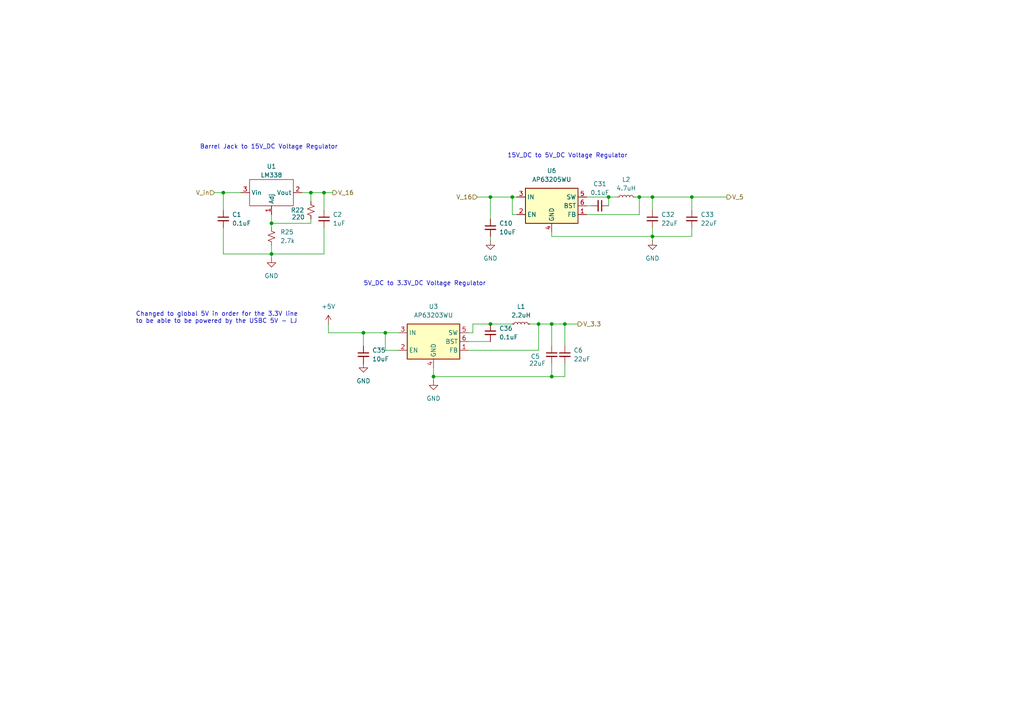
<source format=kicad_sch>
(kicad_sch (version 20231120) (generator "eeschema") (generator_version "8.0")
  (paper "A4")
  (lib_symbols
    (symbol "Device:C_Small" (pin_numbers hide) (pin_names (offset 0.254) hide)
      (property "Reference" "C" (at 0.254 1.778 0))
      (property "Value" "C_Small" (at 0.254 -2.032 0))
      (symbol "C_Small_0_1"
        (polyline (pts (xy -1.524 -0.508) (xy 1.524 -0.508)) (stroke (width 0.3302)))
        (polyline (pts (xy -1.524 0.508) (xy 1.524 0.508)) (stroke (width 0.3048)))
      )
      (symbol "C_Small_1_1"
        (pin passive line (at 0 2.54 270) (length 2.032) (name "~") (number "1"))
        (pin passive line (at 0 -2.54 90) (length 2.032) (name "~") (number "2"))
      )
    )
    (symbol "Device:L_Small" (pin_numbers hide) (pin_names (offset 0.254) hide)
      (property "Reference" "L" (at 0.762 1.016 0))
      (property "Value" "L_Small" (at 0.762 -1.016 0))
      (symbol "L_Small_0_1"
        (arc (start 0 -2.032) (mid 0.5058 -1.524) (end 0 -1.016))
        (arc (start 0 -1.016) (mid 0.5058 -0.508) (end 0 0))
        (arc (start 0 0) (mid 0.5058 0.508) (end 0 1.016))
        (arc (start 0 1.016) (mid 0.5058 1.524) (end 0 2.032))
      )
      (symbol "L_Small_1_1"
        (pin passive line (at 0 2.54 270) (length 0.508) (name "~") (number "1"))
        (pin passive line (at 0 -2.54 90) (length 0.508) (name "~") (number "2"))
      )
    )
    (symbol "Device:R_Small_US" (pin_numbers hide) (pin_names (offset 0.254) hide)
      (property "Reference" "R" (at 0.762 0.508 0))
      (property "Value" "R_Small_US" (at 0.762 -1.016 0))
      (symbol "R_Small_US_1_1"
        (polyline (pts (xy 0 0) (xy 1.016 -0.381) (xy 0 -0.762) (xy -1.016 -1.143) (xy 0 -1.524)))
        (polyline (pts (xy 0 1.524) (xy 1.016 1.143) (xy 0 0.762) (xy -1.016 0.381) (xy 0 0)))
        (pin passive line (at 0 2.54 270) (length 1.016) (name "~") (number "1"))
        (pin passive line (at 0 -2.54 90) (length 1.016) (name "~") (number "2"))
      )
    )
    (symbol "Regulator_Switching:AP63203WU"
      (property "Reference" "U" (at -7.62 6.35 0))
      (property "Value" "AP63203WU" (at 2.54 6.35 0))
      (symbol "AP63203WU_0_1"
        (rectangle (start -7.62 5.08) (end 7.62 -5.08) (stroke (width 0.254)) (fill (type background)))
      )
      (symbol "AP63203WU_1_1"
        (pin input line (at 10.16 -2.54 180) (length 2.54) (name "FB") (number "1"))
        (pin input line (at -10.16 -2.54 0) (length 2.54) (name "EN") (number "2"))
        (pin power_in line (at -10.16 2.54 0) (length 2.54) (name "IN") (number "3"))
        (pin power_in line (at 0 -7.62 90) (length 2.54) (name "GND") (number "4"))
        (pin output line (at 10.16 2.54 180) (length 2.54) (name "SW") (number "5"))
        (pin passive line (at 10.16 0 180) (length 2.54) (name "BST") (number "6"))
      )
    )
    (symbol "Regulator_Switching:AP63205WU"
      (property "Reference" "U" (at -7.62 6.35 0))
      (property "Value" "AP63205WU" (at 2.54 6.35 0))
      (symbol "AP63205WU_0_1"
        (rectangle (start -7.62 5.08) (end 7.62 -5.08) (stroke (width 0.254)) (fill (type background)))
      )
      (symbol "AP63205WU_1_1"
        (pin input line (at 10.16 -2.54 180) (length 2.54) (name "FB") (number "1"))
        (pin input line (at -10.16 -2.54 0) (length 2.54) (name "EN") (number "2"))
        (pin power_in line (at -10.16 2.54 0) (length 2.54) (name "IN") (number "3"))
        (pin power_in line (at 0 -7.62 90) (length 2.54) (name "GND") (number "4"))
        (pin output line (at 10.16 2.54 180) (length 2.54) (name "SW") (number "5"))
        (pin passive line (at 10.16 0 180) (length 2.54) (name "BST") (number "6"))
      )
    )
    (symbol "custom_symbols:LM338"
      (property "Reference" "U" (at 0 5.08 0))
      (symbol "LM338_0_1"
        (rectangle (start -6.35 3.81) (end 6.35 -3.81))
      )
      (symbol "LM338_1_1"
        (pin input line (at 0 -6.35 90) (length 2.54) (name "Adj") (number "1"))
        (pin power_out line (at 8.89 0 180) (length 2.54) (name "Vout") (number "2"))
        (pin power_in line (at -8.89 0 0) (length 2.54) (name "Vin") (number "3"))
      )
    )
    (symbol "power:+15V" (power) (pin_numbers hide) (pin_names (offset 0) hide)
      (property "Value" "+15V" (at 0 3.556 0))
      (symbol "+15V_0_1"
        (polyline (pts (xy -0.762 1.27) (xy 0 2.54)))
        (polyline (pts (xy 0 0) (xy 0 2.54)))
        (polyline (pts (xy 0 2.54) (xy 0.762 1.27)))
      )
      (symbol "+15V_1_1"
        (pin power_in line (at 0 0 90) (length 0) (name "~") (number "1"))
      )
    )
    (symbol "power:GND" (power) (pin_numbers hide) (pin_names (offset 0) hide)
      (property "Value" "GND" (at 0 -3.81 0))
      (symbol "GND_0_1"
        (polyline (pts (xy 0 0) (xy 0 -1.27) (xy 1.27 -1.27) (xy 0 -2.54) (xy -1.27 -1.27) (xy 0 -1.27)))
      )
      (symbol "GND_1_1"
        (pin power_in line (at 0 0 270) (length 0) (name "~") (number "1"))
      )
    )
  )
  (junction (at 125.73 109.22))
  (junction (at 200.66 57.15))
  (junction (at 176.53 57.15))
  (junction (at 142.24 93.98))
  (junction (at 185.42 57.15))
  (junction (at 111.76 96.52))
  (junction (at 105.41 96.52))
  (junction (at 90.17 55.88))
  (junction (at 189.23 57.15))
  (junction (at 148.59 57.15))
  (junction (at 78.74 64.77))
  (junction (at 160.02 109.22))
  (junction (at 64.77 55.88))
  (junction (at 142.24 57.15))
  (junction (at 156.21 93.98))
  (junction (at 78.74 73.66))
  (junction (at 160.02 93.98))
  (junction (at 93.98 55.88))
  (junction (at 163.83 93.98))
  (junction (at 189.23 68.58))
  (wire (pts (xy 142.24 57.15) (xy 148.59 57.15)))
  (wire (pts (xy 185.42 57.15) (xy 185.42 62.23)))
  (wire (pts (xy 156.21 93.98) (xy 160.02 93.98)))
  (wire (pts (xy 95.25 93.98) (xy 95.25 96.52)))
  (wire (pts (xy 64.77 73.66) (xy 78.74 73.66)))
  (wire (pts (xy 78.74 64.77) (xy 78.74 66.04)))
  (wire (pts (xy 148.59 57.15) (xy 149.86 57.15)))
  (wire (pts (xy 105.41 96.52) (xy 111.76 96.52)))
  (wire (pts (xy 160.02 93.98) (xy 163.83 93.98)))
  (wire (pts (xy 189.23 57.15) (xy 200.66 57.15)))
  (wire (pts (xy 111.76 96.52) (xy 115.57 96.52)))
  (wire (pts (xy 200.66 57.15) (xy 210.82 57.15)))
  (wire (pts (xy 78.74 64.77) (xy 90.17 64.77)))
  (wire (pts (xy 138.43 57.15) (xy 142.24 57.15)))
  (wire (pts (xy 189.23 66.04) (xy 189.23 68.58)))
  (wire (pts (xy 105.41 96.52) (xy 105.41 100.33)))
  (wire (pts (xy 95.25 96.52) (xy 105.41 96.52)))
  (wire (pts (xy 87.63 55.88) (xy 90.17 55.88)))
  (wire (pts (xy 90.17 63.5) (xy 90.17 64.77)))
  (wire (pts (xy 142.24 57.15) (xy 142.24 63.5)))
  (wire (pts (xy 148.59 62.23) (xy 149.86 62.23)))
  (wire (pts (xy 125.73 109.22) (xy 125.73 110.49)))
  (wire (pts (xy 93.98 55.88) (xy 96.52 55.88)))
  (wire (pts (xy 93.98 73.66) (xy 93.98 66.04)))
  (wire (pts (xy 163.83 109.22) (xy 163.83 105.41)))
  (wire (pts (xy 189.23 68.58) (xy 189.23 69.85)))
  (wire (pts (xy 153.67 93.98) (xy 156.21 93.98)))
  (wire (pts (xy 200.66 66.04) (xy 200.66 68.58)))
  (wire (pts (xy 115.57 101.6) (xy 111.76 101.6)))
  (wire (pts (xy 176.53 57.15) (xy 179.07 57.15)))
  (wire (pts (xy 111.76 101.6) (xy 111.76 96.52)))
  (wire (pts (xy 200.66 57.15) (xy 200.66 60.96)))
  (wire (pts (xy 78.74 62.23) (xy 78.74 64.77)))
  (wire (pts (xy 78.74 73.66) (xy 78.74 71.12)))
  (wire (pts (xy 64.77 55.88) (xy 64.77 60.96)))
  (wire (pts (xy 93.98 55.88) (xy 93.98 60.96)))
  (wire (pts (xy 189.23 57.15) (xy 189.23 60.96)))
  (wire (pts (xy 185.42 57.15) (xy 189.23 57.15)))
  (wire (pts (xy 160.02 93.98) (xy 160.02 100.33)))
  (wire (pts (xy 135.89 101.6) (xy 156.21 101.6)))
  (wire (pts (xy 137.16 96.52) (xy 137.16 93.98)))
  (wire (pts (xy 78.74 73.66) (xy 78.74 74.93)))
  (wire (pts (xy 163.83 93.98) (xy 167.64 93.98)))
  (wire (pts (xy 200.66 68.58) (xy 189.23 68.58)))
  (wire (pts (xy 170.18 62.23) (xy 185.42 62.23)))
  (wire (pts (xy 142.24 93.98) (xy 148.59 93.98)))
  (wire (pts (xy 62.23 55.88) (xy 64.77 55.88)))
  (wire (pts (xy 135.89 96.52) (xy 137.16 96.52)))
  (wire (pts (xy 90.17 55.88) (xy 93.98 55.88)))
  (wire (pts (xy 156.21 101.6) (xy 156.21 93.98)))
  (wire (pts (xy 160.02 109.22) (xy 163.83 109.22)))
  (wire (pts (xy 64.77 66.04) (xy 64.77 73.66)))
  (wire (pts (xy 148.59 57.15) (xy 148.59 62.23)))
  (wire (pts (xy 90.17 55.88) (xy 90.17 58.42)))
  (wire (pts (xy 160.02 67.31) (xy 160.02 68.58)))
  (wire (pts (xy 176.53 59.69) (xy 176.53 57.15)))
  (wire (pts (xy 170.18 57.15) (xy 176.53 57.15)))
  (wire (pts (xy 135.89 99.06) (xy 142.24 99.06)))
  (wire (pts (xy 160.02 109.22) (xy 160.02 105.41)))
  (wire (pts (xy 142.24 68.58) (xy 142.24 69.85)))
  (wire (pts (xy 125.73 109.22) (xy 160.02 109.22)))
  (wire (pts (xy 189.23 68.58) (xy 160.02 68.58)))
  (wire (pts (xy 170.18 59.69) (xy 171.45 59.69)))
  (wire (pts (xy 137.16 93.98) (xy 142.24 93.98)))
  (wire (pts (xy 184.15 57.15) (xy 185.42 57.15)))
  (wire (pts (xy 163.83 93.98) (xy 163.83 100.33)))
  (wire (pts (xy 64.77 55.88) (xy 69.85 55.88)))
  (wire (pts (xy 78.74 73.66) (xy 93.98 73.66)))
  (wire (pts (xy 125.73 106.68) (xy 125.73 109.22)))
  (text "Barrel Jack to 15V_DC Voltage Regulator" (exclude_from_sim yes) (at 77.978 42.672 0) (effects (font (size 1.27 1.27))))
  (text "5V_DC to 3.3V_DC Voltage Regulator" (exclude_from_sim yes) (at 123.19 82.296 0) (effects (font (size 1.27 1.27))))
  (text "Changed to global 5V in order for the 3.3V line \nto be able to be powered by the USBC 5V - LJ\n		" (at 39.37 93.218 0) (effects (font (size 1.27 1.27)) (justify left)))
  (text "15V_DC to 5V_DC Voltage Regulator\n" (exclude_from_sim yes) (at 164.592 45.212 0) (effects (font (size 1.27 1.27))))
  (hierarchical_label "V_5" (shape output) (at 210.82 57.15 0))
  (hierarchical_label "V_16" (shape output) (at 96.52 55.88 0))
  (hierarchical_label "V_in" (shape input) (at 62.23 55.88 180))
  (hierarchical_label "V_16" (shape input) (at 138.43 57.15 180))
  (hierarchical_label "V_3.3" (shape output) (at 167.64 93.98 0))
  (symbol (lib_id "Device:C_Small") (at 142.24 96.52 0) (unit 1)
    (property "Reference" "C36" (at 144.78 95.2562 0) (effects (justify left)))
    (property "Value" "0.1uF" (at 144.78 97.7962 0) (effects (justify left)))
    (property "Footprint" "Capacitor_SMD:C_0805_2012Metric" (effects (hide yes)))
    (property "Description" "Unpolarized capacitor, small symbol" (effects (hide yes)))
  )
  (symbol (lib_id "Device:C_Small") (at 105.41 102.87 0) (unit 1)
    (property "Reference" "C35" (at 107.95 101.6062 0) (effects (justify left)))
    (property "Value" "10uF" (at 107.95 104.1462 0) (effects (justify left)))
    (property "Footprint" "Capacitor_SMD:C_0805_2012Metric" (effects (hide yes)))
    (property "Description" "Unpolarized capacitor, small symbol" (effects (hide yes)))
  )
  (symbol (lib_id "Device:C_Small") (at 93.98 63.5 0) (unit 1)
    (property "Reference" "C2" (at 96.52 62.2362 0) (effects (justify left)))
    (property "Value" "1uF" (at 96.52 64.7762 0) (effects (justify left)))
    (property "Footprint" "Capacitor_SMD:C_0805_2012Metric" (effects (hide yes)))
    (property "Description" "Unpolarized capacitor, small symbol" (effects (hide yes)))
  )
  (symbol (lib_id "Device:R_Small_US") (at 90.17 60.96 0) (unit 1)
    (property "Reference" "R22" (at 84.328 60.96 0) (effects (justify left)))
    (property "Value" "220" (at 84.582 62.992 0) (effects (justify left)))
    (property "Footprint" "Resistor_SMD:R_0805_2012Metric" (effects (hide yes)))
    (property "Description" "Resistor, small US symbol" (effects (hide yes)))
  )
  (symbol (lib_id "power:GND") (at 189.23 69.85 0) (unit 1)
    (property "Reference" "#PWR017" (effects (hide yes)))
    (property "Value" "GND" (at 189.23 74.93 0))
    (property "Description" "Power symbol creates a global label with name \"GND\" , ground" (effects (hide yes)))
  )
  (symbol (lib_id "power:GND") (at 142.24 69.85 0) (unit 1)
    (property "Reference" "#PWR07" (effects (hide yes)))
    (property "Value" "GND" (at 142.24 74.93 0))
    (property "Description" "Power symbol creates a global label with name \"GND\" , ground" (effects (hide yes)))
  )
  (symbol (lib_id "custom_symbols:LM338") (at 78.74 55.88 0) (unit 1)
    (property "Reference" "U1" (at 78.74 48.26 0))
    (property "Value" "LM338" (at 78.74 50.8 0))
    (property "Footprint" "digikey-footprints:TO-220-3" (effects (hide yes)))
  )
  (symbol (lib_id "Device:C_Small") (at 173.99 59.69 270) (unit 1)
    (property "Reference" "C31" (at 173.9836 53.34 90))
    (property "Value" "0.1uF" (at 173.9836 55.88 90))
    (property "Footprint" "Capacitor_SMD:C_0805_2012Metric" (effects (hide yes)))
    (property "Description" "Unpolarized capacitor, small symbol" (effects (hide yes)))
  )
  (symbol (lib_id "Device:L_Small") (at 181.61 57.15 90) (unit 1)
    (property "Reference" "L2" (at 181.61 52.07 90))
    (property "Value" "4.7uH" (at 181.61 54.61 90))
    (property "Footprint" "Inductor_SMD:L_1210_3225Metric" (effects (hide yes)))
    (property "Description" "Inductor, small symbol" (effects (hide yes)))
  )
  (symbol (lib_id "Device:C_Small") (at 200.66 63.5 0) (unit 1)
    (property "Reference" "C33" (at 203.2 62.2362 0) (effects (justify left)))
    (property "Value" "22uF" (at 203.2 64.7762 0) (effects (justify left)))
    (property "Footprint" "Capacitor_SMD:C_0805_2012Metric" (effects (hide yes)))
    (property "Description" "Unpolarized capacitor, small symbol" (effects (hide yes)))
  )
  (symbol (lib_id "Device:R_Small_US") (at 78.74 68.58 0) (unit 1)
    (property "Reference" "R25" (at 81.28 67.3099 0) (effects (justify left)))
    (property "Value" "2.7k" (at 81.28 69.8499 0) (effects (justify left)))
    (property "Footprint" "Resistor_SMD:R_0805_2012Metric" (effects (hide yes)))
    (property "Description" "Resistor, small US symbol" (effects (hide yes)))
  )
  (symbol (lib_id "Regulator_Switching:AP63205WU") (at 160.02 59.69 0) (unit 1)
    (property "Reference" "U6" (at 160.02 49.53 0))
    (property "Value" "AP63205WU" (at 160.02 52.07 0))
    (property "Footprint" "Package_TO_SOT_SMD:TSOT-23-6" (effects (hide yes)))
    (property "Datasheet" "https://www.diodes.com/assets/Datasheets/AP63200-AP63201-AP63203-AP63205.pdf" (effects (hide yes)))
    (property "Description" "2A, 1.1MHz Buck DC/DC Converter, fixed 5.0V output voltage, TSOT-23-6" (effects (hide yes)))
  )
  (symbol (lib_id "power:GND") (at 105.41 105.41 0) (unit 1)
    (property "Reference" "#PWR065" (effects (hide yes)))
    (property "Value" "GND" (at 105.41 110.49 0))
    (property "Description" "Power symbol creates a global label with name \"GND\" , ground" (effects (hide yes)))
  )
  (symbol (lib_id "Device:C_Small") (at 160.02 102.87 0) (unit 1)
    (property "Reference" "C5" (at 153.924 103.378 0) (effects (justify left)))
    (property "Value" "22uF" (at 153.416 105.41 0) (effects (justify left)))
    (property "Footprint" "Capacitor_SMD:C_0805_2012Metric" (effects (hide yes)))
    (property "Description" "Unpolarized capacitor, small symbol" (effects (hide yes)))
  )
  (symbol (lib_id "power:+15V") (at 95.25 93.98 0) (unit 1)
    (property "Reference" "#PWR049" (effects (hide yes)))
    (property "Value" "+5V" (at 95.25 88.9 0))
    (property "Description" "Power symbol creates a global label with name \"+15V\"" (effects (hide yes)))
  )
  (symbol (lib_id "Device:C_Small") (at 64.77 63.5 0) (unit 1)
    (property "Reference" "C1" (at 67.31 62.2362 0) (effects (justify left)))
    (property "Value" "0.1uF" (at 67.31 64.7762 0) (effects (justify left)))
    (property "Footprint" "Capacitor_SMD:C_0805_2012Metric" (effects (hide yes)))
    (property "Description" "Unpolarized capacitor, small symbol" (effects (hide yes)))
  )
  (symbol (lib_id "Device:L_Small") (at 151.13 93.98 90) (unit 1)
    (property "Reference" "L1" (at 151.13 88.9 90))
    (property "Value" "2.2uH" (at 151.13 91.44 90))
    (property "Footprint" "Inductor_SMD:L_1008_2520Metric" (effects (hide yes)))
    (property "Description" "Inductor, small symbol" (effects (hide yes)))
  )
  (symbol (lib_id "Device:C_Small") (at 142.24 66.04 0) (unit 1)
    (property "Reference" "C10" (at 144.78 64.7762 0) (effects (justify left)))
    (property "Value" "10uF" (at 144.78 67.3162 0) (effects (justify left)))
    (property "Footprint" "Capacitor_SMD:C_0805_2012Metric" (effects (hide yes)))
    (property "Description" "Unpolarized capacitor, small symbol" (effects (hide yes)))
  )
  (symbol (lib_id "Device:C_Small") (at 189.23 63.5 0) (unit 1)
    (property "Reference" "C32" (at 191.77 62.2362 0) (effects (justify left)))
    (property "Value" "22uF" (at 191.77 64.7762 0) (effects (justify left)))
    (property "Footprint" "Capacitor_SMD:C_0805_2012Metric" (effects (hide yes)))
    (property "Description" "Unpolarized capacitor, small symbol" (effects (hide yes)))
  )
  (symbol (lib_id "Device:C_Small") (at 163.83 102.87 0) (unit 1)
    (property "Reference" "C6" (at 166.37 101.6062 0) (effects (justify left)))
    (property "Value" "22uF" (at 166.37 104.1462 0) (effects (justify left)))
    (property "Footprint" "Capacitor_SMD:C_0805_2012Metric" (effects (hide yes)))
    (property "Description" "Unpolarized capacitor, small symbol" (effects (hide yes)))
  )
  (symbol (lib_id "power:GND") (at 125.73 110.49 0) (unit 1)
    (property "Reference" "#PWR064" (effects (hide yes)))
    (property "Value" "GND" (at 125.73 115.57 0))
    (property "Description" "Power symbol creates a global label with name \"GND\" , ground" (effects (hide yes)))
  )
  (symbol (lib_id "power:GND") (at 78.74 74.93 0) (unit 1)
    (property "Reference" "#PWR014" (effects (hide yes)))
    (property "Value" "GND" (at 78.74 80.01 0))
    (property "Description" "Power symbol creates a global label with name \"GND\" , ground" (effects (hide yes)))
  )
  (symbol (lib_id "Regulator_Switching:AP63203WU") (at 125.73 99.06 0) (unit 1)
    (property "Reference" "U3" (at 125.73 88.9 0))
    (property "Value" "AP63203WU" (at 125.73 91.44 0))
    (property "Footprint" "Package_TO_SOT_SMD:TSOT-23-6" (effects (hide yes)))
    (property "Datasheet" "https://www.diodes.com/assets/Datasheets/AP63200-AP63201-AP63203-AP63205.pdf" (effects (hide yes)))
    (property "Description" "2A, 1.1MHz Buck DC/DC Converter, fixed 3.3V output voltage, TSOT-23-6" (effects (hide yes)))
  )
)
</source>
